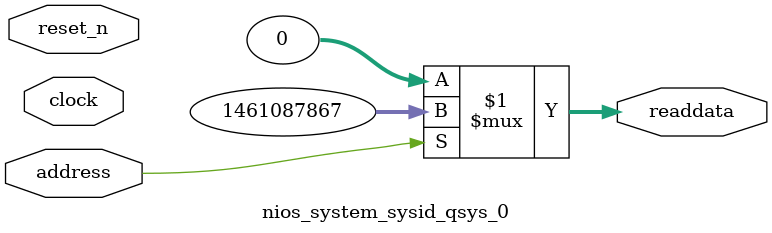
<source format=v>

`timescale 1ns / 1ps
// synthesis translate_on

// turn off superfluous verilog processor warnings 
// altera message_level Level1 
// altera message_off 10034 10035 10036 10037 10230 10240 10030 

module nios_system_sysid_qsys_0 (
               // inputs:
                address,
                clock,
                reset_n,

               // outputs:
                readdata
             )
;

  output  [ 31: 0] readdata;
  input            address;
  input            clock;
  input            reset_n;

  wire    [ 31: 0] readdata;
  //control_slave, which is an e_avalon_slave
  assign readdata = address ? 1461087867 : 0;

endmodule




</source>
